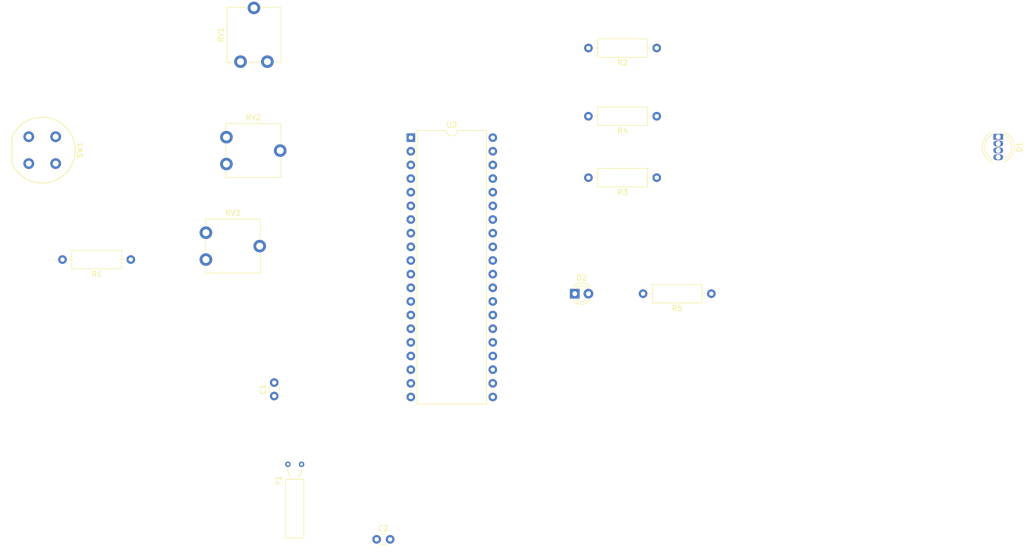
<source format=kicad_pcb>
(kicad_pcb (version 20171130) (host pcbnew "(5.1.9)-1")

  (general
    (thickness 1.6)
    (drawings 0)
    (tracks 0)
    (zones 0)
    (modules 15)
    (nets 43)
  )

  (page A4)
  (layers
    (0 F.Cu signal)
    (31 B.Cu signal)
    (32 B.Adhes user)
    (33 F.Adhes user)
    (34 B.Paste user)
    (35 F.Paste user)
    (36 B.SilkS user)
    (37 F.SilkS user)
    (38 B.Mask user)
    (39 F.Mask user)
    (40 Dwgs.User user)
    (41 Cmts.User user)
    (42 Eco1.User user)
    (43 Eco2.User user)
    (44 Edge.Cuts user)
    (45 Margin user)
    (46 B.CrtYd user)
    (47 F.CrtYd user)
    (48 B.Fab user)
    (49 F.Fab user)
  )

  (setup
    (last_trace_width 0.25)
    (trace_clearance 0.2)
    (zone_clearance 0.508)
    (zone_45_only no)
    (trace_min 0.2)
    (via_size 0.8)
    (via_drill 0.4)
    (via_min_size 0.4)
    (via_min_drill 0.3)
    (uvia_size 0.3)
    (uvia_drill 0.1)
    (uvias_allowed no)
    (uvia_min_size 0.2)
    (uvia_min_drill 0.1)
    (edge_width 0.05)
    (segment_width 0.2)
    (pcb_text_width 0.3)
    (pcb_text_size 1.5 1.5)
    (mod_edge_width 0.12)
    (mod_text_size 1 1)
    (mod_text_width 0.15)
    (pad_size 1.524 1.524)
    (pad_drill 0.762)
    (pad_to_mask_clearance 0)
    (aux_axis_origin 0 0)
    (visible_elements FFFFFF7F)
    (pcbplotparams
      (layerselection 0x010fc_ffffffff)
      (usegerberextensions false)
      (usegerberattributes true)
      (usegerberadvancedattributes true)
      (creategerberjobfile true)
      (excludeedgelayer true)
      (linewidth 0.100000)
      (plotframeref false)
      (viasonmask false)
      (mode 1)
      (useauxorigin false)
      (hpglpennumber 1)
      (hpglpenspeed 20)
      (hpglpendiameter 15.000000)
      (psnegative false)
      (psa4output false)
      (plotreference true)
      (plotvalue true)
      (plotinvisibletext false)
      (padsonsilk false)
      (subtractmaskfromsilk false)
      (outputformat 1)
      (mirror false)
      (drillshape 1)
      (scaleselection 1)
      (outputdirectory ""))
  )

  (net 0 "")
  (net 1 GND)
  (net 2 OSC1)
  (net 3 OSC2)
  (net 4 "Net-(D1-Pad4)")
  (net 5 "Net-(D1-Pad3)")
  (net 6 "Net-(D1-Pad2)")
  (net 7 "Net-(D2-Pad2)")
  (net 8 "Net-(D2-Pad1)")
  (net 9 RESET)
  (net 10 VCC)
  (net 11 R)
  (net 12 G)
  (net 13 B)
  (net 14 RED)
  (net 15 GREEN)
  (net 16 BLUE)
  (net 17 "Net-(U2-Pad40)")
  (net 18 "Net-(U2-Pad20)")
  (net 19 "Net-(U2-Pad39)")
  (net 20 "Net-(U2-Pad38)")
  (net 21 "Net-(U2-Pad37)")
  (net 22 "Net-(U2-Pad17)")
  (net 23 "Net-(U2-Pad36)")
  (net 24 "Net-(U2-Pad16)")
  (net 25 "Net-(U2-Pad35)")
  (net 26 "Net-(U2-Pad15)")
  (net 27 "Net-(U2-Pad34)")
  (net 28 "Net-(U2-Pad14)")
  (net 29 "Net-(U2-Pad33)")
  (net 30 "Net-(U2-Pad32)")
  (net 31 "Net-(U2-Pad28)")
  (net 32 "Net-(U2-Pad27)")
  (net 33 "Net-(U2-Pad26)")
  (net 34 "Net-(U2-Pad25)")
  (net 35 "Net-(U2-Pad5)")
  (net 36 "Net-(U2-Pad24)")
  (net 37 "Net-(U2-Pad23)")
  (net 38 "Net-(U2-Pad3)")
  (net 39 "Net-(U2-Pad22)")
  (net 40 "Net-(U2-Pad2)")
  (net 41 "Net-(U2-Pad21)")
  (net 42 "Net-(U2-Pad1)")

  (net_class Default "This is the default net class."
    (clearance 0.2)
    (trace_width 0.25)
    (via_dia 0.8)
    (via_drill 0.4)
    (uvia_dia 0.3)
    (uvia_drill 0.1)
    (add_net B)
    (add_net BLUE)
    (add_net G)
    (add_net GND)
    (add_net GREEN)
    (add_net "Net-(D1-Pad2)")
    (add_net "Net-(D1-Pad3)")
    (add_net "Net-(D1-Pad4)")
    (add_net "Net-(D2-Pad1)")
    (add_net "Net-(D2-Pad2)")
    (add_net "Net-(U2-Pad1)")
    (add_net "Net-(U2-Pad14)")
    (add_net "Net-(U2-Pad15)")
    (add_net "Net-(U2-Pad16)")
    (add_net "Net-(U2-Pad17)")
    (add_net "Net-(U2-Pad2)")
    (add_net "Net-(U2-Pad20)")
    (add_net "Net-(U2-Pad21)")
    (add_net "Net-(U2-Pad22)")
    (add_net "Net-(U2-Pad23)")
    (add_net "Net-(U2-Pad24)")
    (add_net "Net-(U2-Pad25)")
    (add_net "Net-(U2-Pad26)")
    (add_net "Net-(U2-Pad27)")
    (add_net "Net-(U2-Pad28)")
    (add_net "Net-(U2-Pad3)")
    (add_net "Net-(U2-Pad32)")
    (add_net "Net-(U2-Pad33)")
    (add_net "Net-(U2-Pad34)")
    (add_net "Net-(U2-Pad35)")
    (add_net "Net-(U2-Pad36)")
    (add_net "Net-(U2-Pad37)")
    (add_net "Net-(U2-Pad38)")
    (add_net "Net-(U2-Pad39)")
    (add_net "Net-(U2-Pad40)")
    (add_net "Net-(U2-Pad5)")
    (add_net OSC1)
    (add_net OSC2)
    (add_net R)
    (add_net RED)
    (add_net RESET)
    (add_net VCC)
  )

  (module Crystal:Crystal_AT310_D3.0mm_L10.0mm_Horizontal (layer F.Cu) (tedit 5D20AD32) (tstamp 60AC314C)
    (at 74.93 134.62)
    (descr "Crystal THT AT310 10.0mm-10.5mm length 3.0mm diameter http://www.cinetech.com.tw/upload/2011/04/20110401165201.pdf")
    (tags ['AT310'])
    (path /60AC6B76)
    (fp_text reference Y1 (at -1.75 3 90) (layer F.SilkS)
      (effects (font (size 1 1) (thickness 0.15)))
    )
    (fp_text value 16Mhz (at 4.29 3 90) (layer F.Fab)
      (effects (font (size 1 1) (thickness 0.15)))
    )
    (fp_text user %R (at 1.25 8.75 90) (layer F.Fab)
      (effects (font (size 0.8 0.8) (thickness 0.12)))
    )
    (fp_line (start -0.23 3) (end -0.23 13.5) (layer F.Fab) (width 0.1))
    (fp_line (start -0.23 13.5) (end 2.77 13.5) (layer F.Fab) (width 0.1))
    (fp_line (start 2.77 13.5) (end 2.77 3) (layer F.Fab) (width 0.1))
    (fp_line (start 2.77 3) (end -0.23 3) (layer F.Fab) (width 0.1))
    (fp_line (start 0.67 3) (end 0 1.5) (layer F.Fab) (width 0.1))
    (fp_line (start 0 1.5) (end 0 0) (layer F.Fab) (width 0.1))
    (fp_line (start 1.87 3) (end 2.54 1.5) (layer F.Fab) (width 0.1))
    (fp_line (start 2.54 1.5) (end 2.54 0) (layer F.Fab) (width 0.1))
    (fp_line (start -0.43 2.8) (end -0.43 13.7) (layer F.SilkS) (width 0.12))
    (fp_line (start -0.43 13.7) (end 2.97 13.7) (layer F.SilkS) (width 0.12))
    (fp_line (start 2.97 13.7) (end 2.97 2.8) (layer F.SilkS) (width 0.12))
    (fp_line (start 2.97 2.8) (end -0.43 2.8) (layer F.SilkS) (width 0.12))
    (fp_line (start 0.67 2.8) (end 0 1.4) (layer F.SilkS) (width 0.12))
    (fp_line (start 0 1.4) (end 0 0.7) (layer F.SilkS) (width 0.12))
    (fp_line (start 1.87 2.8) (end 2.54 1.4) (layer F.SilkS) (width 0.12))
    (fp_line (start 2.54 1.4) (end 2.54 0.7) (layer F.SilkS) (width 0.12))
    (fp_line (start -1 -0.8) (end -1 14.3) (layer F.CrtYd) (width 0.05))
    (fp_line (start -1 14.3) (end 3.6 14.3) (layer F.CrtYd) (width 0.05))
    (fp_line (start 3.6 14.3) (end 3.6 -0.8) (layer F.CrtYd) (width 0.05))
    (fp_line (start 3.6 -0.8) (end -1 -0.8) (layer F.CrtYd) (width 0.05))
    (pad 2 thru_hole circle (at 2.54 0) (size 1 1) (drill 0.5) (layers *.Cu *.Mask)
      (net 3 OSC2))
    (pad 1 thru_hole circle (at 0 0) (size 1 1) (drill 0.5) (layers *.Cu *.Mask)
      (net 2 OSC1))
    (model ${KISYS3DMOD}/Crystal.3dshapes/Crystal_AT310_D3.0mm_L10.0mm_Horizontal.wrl
      (at (xyz 0 0 0))
      (scale (xyz 1 1 1))
      (rotate (xyz 0 0 0))
    )
  )

  (module Package_DIP:DIP-40_W15.24mm (layer F.Cu) (tedit 5A02E8C5) (tstamp 60AC3131)
    (at 97.79 73.83)
    (descr "40-lead though-hole mounted DIP package, row spacing 15.24 mm (600 mils)")
    (tags "THT DIP DIL PDIP 2.54mm 15.24mm 600mil")
    (path /60B2776C)
    (fp_text reference U2 (at 7.62 -2.33) (layer F.SilkS)
      (effects (font (size 1 1) (thickness 0.15)))
    )
    (fp_text value ATmega16-16PU (at 7.62 50.59) (layer F.Fab)
      (effects (font (size 1 1) (thickness 0.15)))
    )
    (fp_text user %R (at 7.62 24.13) (layer F.Fab)
      (effects (font (size 1 1) (thickness 0.15)))
    )
    (fp_arc (start 7.62 -1.33) (end 6.62 -1.33) (angle -180) (layer F.SilkS) (width 0.12))
    (fp_line (start 1.255 -1.27) (end 14.985 -1.27) (layer F.Fab) (width 0.1))
    (fp_line (start 14.985 -1.27) (end 14.985 49.53) (layer F.Fab) (width 0.1))
    (fp_line (start 14.985 49.53) (end 0.255 49.53) (layer F.Fab) (width 0.1))
    (fp_line (start 0.255 49.53) (end 0.255 -0.27) (layer F.Fab) (width 0.1))
    (fp_line (start 0.255 -0.27) (end 1.255 -1.27) (layer F.Fab) (width 0.1))
    (fp_line (start 6.62 -1.33) (end 1.16 -1.33) (layer F.SilkS) (width 0.12))
    (fp_line (start 1.16 -1.33) (end 1.16 49.59) (layer F.SilkS) (width 0.12))
    (fp_line (start 1.16 49.59) (end 14.08 49.59) (layer F.SilkS) (width 0.12))
    (fp_line (start 14.08 49.59) (end 14.08 -1.33) (layer F.SilkS) (width 0.12))
    (fp_line (start 14.08 -1.33) (end 8.62 -1.33) (layer F.SilkS) (width 0.12))
    (fp_line (start -1.05 -1.55) (end -1.05 49.8) (layer F.CrtYd) (width 0.05))
    (fp_line (start -1.05 49.8) (end 16.3 49.8) (layer F.CrtYd) (width 0.05))
    (fp_line (start 16.3 49.8) (end 16.3 -1.55) (layer F.CrtYd) (width 0.05))
    (fp_line (start 16.3 -1.55) (end -1.05 -1.55) (layer F.CrtYd) (width 0.05))
    (pad 40 thru_hole oval (at 15.24 0) (size 1.6 1.6) (drill 0.8) (layers *.Cu *.Mask)
      (net 17 "Net-(U2-Pad40)"))
    (pad 20 thru_hole oval (at 0 48.26) (size 1.6 1.6) (drill 0.8) (layers *.Cu *.Mask)
      (net 18 "Net-(U2-Pad20)"))
    (pad 39 thru_hole oval (at 15.24 2.54) (size 1.6 1.6) (drill 0.8) (layers *.Cu *.Mask)
      (net 19 "Net-(U2-Pad39)"))
    (pad 19 thru_hole oval (at 0 45.72) (size 1.6 1.6) (drill 0.8) (layers *.Cu *.Mask)
      (net 13 B))
    (pad 38 thru_hole oval (at 15.24 5.08) (size 1.6 1.6) (drill 0.8) (layers *.Cu *.Mask)
      (net 20 "Net-(U2-Pad38)"))
    (pad 18 thru_hole oval (at 0 43.18) (size 1.6 1.6) (drill 0.8) (layers *.Cu *.Mask)
      (net 12 G))
    (pad 37 thru_hole oval (at 15.24 7.62) (size 1.6 1.6) (drill 0.8) (layers *.Cu *.Mask)
      (net 21 "Net-(U2-Pad37)"))
    (pad 17 thru_hole oval (at 0 40.64) (size 1.6 1.6) (drill 0.8) (layers *.Cu *.Mask)
      (net 22 "Net-(U2-Pad17)"))
    (pad 36 thru_hole oval (at 15.24 10.16) (size 1.6 1.6) (drill 0.8) (layers *.Cu *.Mask)
      (net 23 "Net-(U2-Pad36)"))
    (pad 16 thru_hole oval (at 0 38.1) (size 1.6 1.6) (drill 0.8) (layers *.Cu *.Mask)
      (net 24 "Net-(U2-Pad16)"))
    (pad 35 thru_hole oval (at 15.24 12.7) (size 1.6 1.6) (drill 0.8) (layers *.Cu *.Mask)
      (net 25 "Net-(U2-Pad35)"))
    (pad 15 thru_hole oval (at 0 35.56) (size 1.6 1.6) (drill 0.8) (layers *.Cu *.Mask)
      (net 26 "Net-(U2-Pad15)"))
    (pad 34 thru_hole oval (at 15.24 15.24) (size 1.6 1.6) (drill 0.8) (layers *.Cu *.Mask)
      (net 27 "Net-(U2-Pad34)"))
    (pad 14 thru_hole oval (at 0 33.02) (size 1.6 1.6) (drill 0.8) (layers *.Cu *.Mask)
      (net 28 "Net-(U2-Pad14)"))
    (pad 33 thru_hole oval (at 15.24 17.78) (size 1.6 1.6) (drill 0.8) (layers *.Cu *.Mask)
      (net 29 "Net-(U2-Pad33)"))
    (pad 13 thru_hole oval (at 0 30.48) (size 1.6 1.6) (drill 0.8) (layers *.Cu *.Mask)
      (net 2 OSC1))
    (pad 32 thru_hole oval (at 15.24 20.32) (size 1.6 1.6) (drill 0.8) (layers *.Cu *.Mask)
      (net 30 "Net-(U2-Pad32)"))
    (pad 12 thru_hole oval (at 0 27.94) (size 1.6 1.6) (drill 0.8) (layers *.Cu *.Mask)
      (net 3 OSC2))
    (pad 31 thru_hole oval (at 15.24 22.86) (size 1.6 1.6) (drill 0.8) (layers *.Cu *.Mask)
      (net 1 GND))
    (pad 11 thru_hole oval (at 0 25.4) (size 1.6 1.6) (drill 0.8) (layers *.Cu *.Mask)
      (net 1 GND))
    (pad 30 thru_hole oval (at 15.24 25.4) (size 1.6 1.6) (drill 0.8) (layers *.Cu *.Mask)
      (net 10 VCC))
    (pad 10 thru_hole oval (at 0 22.86) (size 1.6 1.6) (drill 0.8) (layers *.Cu *.Mask)
      (net 10 VCC))
    (pad 29 thru_hole oval (at 15.24 27.94) (size 1.6 1.6) (drill 0.8) (layers *.Cu *.Mask)
      (net 7 "Net-(D2-Pad2)"))
    (pad 9 thru_hole oval (at 0 20.32) (size 1.6 1.6) (drill 0.8) (layers *.Cu *.Mask)
      (net 9 RESET))
    (pad 28 thru_hole oval (at 15.24 30.48) (size 1.6 1.6) (drill 0.8) (layers *.Cu *.Mask)
      (net 31 "Net-(U2-Pad28)"))
    (pad 8 thru_hole oval (at 0 17.78) (size 1.6 1.6) (drill 0.8) (layers *.Cu *.Mask)
      (net 16 BLUE))
    (pad 27 thru_hole oval (at 15.24 33.02) (size 1.6 1.6) (drill 0.8) (layers *.Cu *.Mask)
      (net 32 "Net-(U2-Pad27)"))
    (pad 7 thru_hole oval (at 0 15.24) (size 1.6 1.6) (drill 0.8) (layers *.Cu *.Mask)
      (net 15 GREEN))
    (pad 26 thru_hole oval (at 15.24 35.56) (size 1.6 1.6) (drill 0.8) (layers *.Cu *.Mask)
      (net 33 "Net-(U2-Pad26)"))
    (pad 6 thru_hole oval (at 0 12.7) (size 1.6 1.6) (drill 0.8) (layers *.Cu *.Mask)
      (net 14 RED))
    (pad 25 thru_hole oval (at 15.24 38.1) (size 1.6 1.6) (drill 0.8) (layers *.Cu *.Mask)
      (net 34 "Net-(U2-Pad25)"))
    (pad 5 thru_hole oval (at 0 10.16) (size 1.6 1.6) (drill 0.8) (layers *.Cu *.Mask)
      (net 35 "Net-(U2-Pad5)"))
    (pad 24 thru_hole oval (at 15.24 40.64) (size 1.6 1.6) (drill 0.8) (layers *.Cu *.Mask)
      (net 36 "Net-(U2-Pad24)"))
    (pad 4 thru_hole oval (at 0 7.62) (size 1.6 1.6) (drill 0.8) (layers *.Cu *.Mask)
      (net 11 R))
    (pad 23 thru_hole oval (at 15.24 43.18) (size 1.6 1.6) (drill 0.8) (layers *.Cu *.Mask)
      (net 37 "Net-(U2-Pad23)"))
    (pad 3 thru_hole oval (at 0 5.08) (size 1.6 1.6) (drill 0.8) (layers *.Cu *.Mask)
      (net 38 "Net-(U2-Pad3)"))
    (pad 22 thru_hole oval (at 15.24 45.72) (size 1.6 1.6) (drill 0.8) (layers *.Cu *.Mask)
      (net 39 "Net-(U2-Pad22)"))
    (pad 2 thru_hole oval (at 0 2.54) (size 1.6 1.6) (drill 0.8) (layers *.Cu *.Mask)
      (net 40 "Net-(U2-Pad2)"))
    (pad 21 thru_hole oval (at 15.24 48.26) (size 1.6 1.6) (drill 0.8) (layers *.Cu *.Mask)
      (net 41 "Net-(U2-Pad21)"))
    (pad 1 thru_hole rect (at 0 0) (size 1.6 1.6) (drill 0.8) (layers *.Cu *.Mask)
      (net 42 "Net-(U2-Pad1)"))
    (model ${KISYS3DMOD}/Package_DIP.3dshapes/DIP-40_W15.24mm.wrl
      (at (xyz 0 0 0))
      (scale (xyz 1 1 1))
      (rotate (xyz 0 0 0))
    )
  )

  (module Button_Switch_THT:Push_E-Switch_KS01Q01 (layer F.Cu) (tedit 5A02FE31) (tstamp 60AC32D5)
    (at 31.75 73.66 270)
    (descr "E-Switch KS01Q01 http://spec_sheets.e-switch.com/specs/29-KS01Q01.pdf")
    (tags "Push Button")
    (path /60AC26A3)
    (fp_text reference SW1 (at 2.5 -4.5 90) (layer F.SilkS)
      (effects (font (size 1 1) (thickness 0.15)))
    )
    (fp_text value SW_Push (at 2.5 9.5 90) (layer F.Fab)
      (effects (font (size 1 1) (thickness 0.15)))
    )
    (fp_arc (start 2.5 2.5) (end 0.11 8.14) (angle 314) (layer F.SilkS) (width 0.15))
    (fp_text user %R (at 2.5 2.5 90) (layer F.Fab)
      (effects (font (size 1 1) (thickness 0.15)))
    )
    (fp_arc (start 2.5 2.5) (end 0.11 8) (angle 313) (layer F.Fab) (width 0.1))
    (fp_arc (start 2.55 2.5) (end 0.04 8.39) (angle 313.8378348) (layer F.CrtYd) (width 0.05))
    (fp_line (start 0.04 8.39) (end 5.06 8.39) (layer F.CrtYd) (width 0.05))
    (fp_line (start 0.11 8) (end 4.89 8) (layer F.Fab) (width 0.1))
    (fp_line (start 4.89 8.14) (end 0.11 8.14) (layer F.SilkS) (width 0.15))
    (pad 3 thru_hole circle (at 0 5 270) (size 2 2) (drill 1.1) (layers *.Cu *.Mask))
    (pad 4 thru_hole circle (at 5 5 270) (size 2 2) (drill 1.1) (layers *.Cu *.Mask))
    (pad 2 thru_hole circle (at 5 0 270) (size 2 2) (drill 1.1) (layers *.Cu *.Mask)
      (net 9 RESET))
    (pad 1 thru_hole circle (at 0 0 270) (size 2 2) (drill 1.1) (layers *.Cu *.Mask)
      (net 1 GND))
    (model ${KISYS3DMOD}/Button_Switch_THT.3dshapes/Push_E-Switch_KS01Q01.wrl
      (at (xyz 0 0 0))
      (scale (xyz 1 1 1))
      (rotate (xyz 0 0 0))
    )
  )

  (module Potentiometer_THT:Potentiometer_ACP_CA9-V10_Vertical (layer F.Cu) (tedit 5A3D4994) (tstamp 60AC30E6)
    (at 59.69 96.52)
    (descr "Potentiometer, vertical, ACP CA9-V10, http://www.acptechnologies.com/wp-content/uploads/2017/05/02-ACP-CA9-CE9.pdf")
    (tags "Potentiometer vertical ACP CA9-V10")
    (path /60ACB02F)
    (fp_text reference RV3 (at 5 -8.65) (layer F.SilkS)
      (effects (font (size 1 1) (thickness 0.15)))
    )
    (fp_text value 10K (at 5 3.65) (layer F.Fab)
      (effects (font (size 1 1) (thickness 0.15)))
    )
    (fp_text user %R (at 1 -2.5 90) (layer F.Fab)
      (effects (font (size 1 1) (thickness 0.15)))
    )
    (fp_circle (center 5 -2.5) (end 6.05 -2.5) (layer F.Fab) (width 0.1))
    (fp_line (start 0 -7.4) (end 0 2.4) (layer F.Fab) (width 0.1))
    (fp_line (start 0 2.4) (end 10 2.4) (layer F.Fab) (width 0.1))
    (fp_line (start 10 2.4) (end 10 -7.4) (layer F.Fab) (width 0.1))
    (fp_line (start 10 -7.4) (end 0 -7.4) (layer F.Fab) (width 0.1))
    (fp_line (start -0.12 -7.521) (end 10.12 -7.521) (layer F.SilkS) (width 0.12))
    (fp_line (start -0.12 2.52) (end 10.12 2.52) (layer F.SilkS) (width 0.12))
    (fp_line (start -0.12 -7.521) (end -0.12 -6.426) (layer F.SilkS) (width 0.12))
    (fp_line (start -0.12 -3.574) (end -0.12 -1.425) (layer F.SilkS) (width 0.12))
    (fp_line (start -0.12 1.425) (end -0.12 2.52) (layer F.SilkS) (width 0.12))
    (fp_line (start 10.12 -7.521) (end 10.12 -3.925) (layer F.SilkS) (width 0.12))
    (fp_line (start 10.12 -1.075) (end 10.12 2.52) (layer F.SilkS) (width 0.12))
    (fp_line (start -1.45 -7.65) (end -1.45 2.7) (layer F.CrtYd) (width 0.05))
    (fp_line (start -1.45 2.7) (end 11.45 2.7) (layer F.CrtYd) (width 0.05))
    (fp_line (start 11.45 2.7) (end 11.45 -7.65) (layer F.CrtYd) (width 0.05))
    (fp_line (start 11.45 -7.65) (end -1.45 -7.65) (layer F.CrtYd) (width 0.05))
    (pad 1 thru_hole circle (at 0 0) (size 2.34 2.34) (drill 1.3) (layers *.Cu *.Mask)
      (net 1 GND))
    (pad 2 thru_hole circle (at 10 -2.5) (size 2.34 2.34) (drill 1.3) (layers *.Cu *.Mask)
      (net 16 BLUE))
    (pad 3 thru_hole circle (at 0 -5) (size 2.34 2.34) (drill 1.3) (layers *.Cu *.Mask)
      (net 10 VCC))
    (model ${KISYS3DMOD}/Potentiometer_THT.3dshapes/Potentiometer_ACP_CA9-V10_Vertical.wrl
      (at (xyz 0 0 0))
      (scale (xyz 1 1 1))
      (rotate (xyz 0 0 0))
    )
  )

  (module Potentiometer_THT:Potentiometer_ACP_CA9-V10_Vertical (layer F.Cu) (tedit 5A3D4994) (tstamp 60AC30CE)
    (at 63.5 78.74)
    (descr "Potentiometer, vertical, ACP CA9-V10, http://www.acptechnologies.com/wp-content/uploads/2017/05/02-ACP-CA9-CE9.pdf")
    (tags "Potentiometer vertical ACP CA9-V10")
    (path /60ACAA35)
    (fp_text reference RV2 (at 5 -8.65) (layer F.SilkS)
      (effects (font (size 1 1) (thickness 0.15)))
    )
    (fp_text value 10K (at 5 3.65) (layer F.Fab)
      (effects (font (size 1 1) (thickness 0.15)))
    )
    (fp_text user %R (at 1 -2.5 90) (layer F.Fab)
      (effects (font (size 1 1) (thickness 0.15)))
    )
    (fp_circle (center 5 -2.5) (end 6.05 -2.5) (layer F.Fab) (width 0.1))
    (fp_line (start 0 -7.4) (end 0 2.4) (layer F.Fab) (width 0.1))
    (fp_line (start 0 2.4) (end 10 2.4) (layer F.Fab) (width 0.1))
    (fp_line (start 10 2.4) (end 10 -7.4) (layer F.Fab) (width 0.1))
    (fp_line (start 10 -7.4) (end 0 -7.4) (layer F.Fab) (width 0.1))
    (fp_line (start -0.12 -7.521) (end 10.12 -7.521) (layer F.SilkS) (width 0.12))
    (fp_line (start -0.12 2.52) (end 10.12 2.52) (layer F.SilkS) (width 0.12))
    (fp_line (start -0.12 -7.521) (end -0.12 -6.426) (layer F.SilkS) (width 0.12))
    (fp_line (start -0.12 -3.574) (end -0.12 -1.425) (layer F.SilkS) (width 0.12))
    (fp_line (start -0.12 1.425) (end -0.12 2.52) (layer F.SilkS) (width 0.12))
    (fp_line (start 10.12 -7.521) (end 10.12 -3.925) (layer F.SilkS) (width 0.12))
    (fp_line (start 10.12 -1.075) (end 10.12 2.52) (layer F.SilkS) (width 0.12))
    (fp_line (start -1.45 -7.65) (end -1.45 2.7) (layer F.CrtYd) (width 0.05))
    (fp_line (start -1.45 2.7) (end 11.45 2.7) (layer F.CrtYd) (width 0.05))
    (fp_line (start 11.45 2.7) (end 11.45 -7.65) (layer F.CrtYd) (width 0.05))
    (fp_line (start 11.45 -7.65) (end -1.45 -7.65) (layer F.CrtYd) (width 0.05))
    (pad 1 thru_hole circle (at 0 0) (size 2.34 2.34) (drill 1.3) (layers *.Cu *.Mask)
      (net 1 GND))
    (pad 2 thru_hole circle (at 10 -2.5) (size 2.34 2.34) (drill 1.3) (layers *.Cu *.Mask)
      (net 15 GREEN))
    (pad 3 thru_hole circle (at 0 -5) (size 2.34 2.34) (drill 1.3) (layers *.Cu *.Mask)
      (net 10 VCC))
    (model ${KISYS3DMOD}/Potentiometer_THT.3dshapes/Potentiometer_ACP_CA9-V10_Vertical.wrl
      (at (xyz 0 0 0))
      (scale (xyz 1 1 1))
      (rotate (xyz 0 0 0))
    )
  )

  (module Potentiometer_THT:Potentiometer_ACP_CA9-V10_Vertical (layer F.Cu) (tedit 5A3D4994) (tstamp 60AC30B6)
    (at 71.12 59.69 90)
    (descr "Potentiometer, vertical, ACP CA9-V10, http://www.acptechnologies.com/wp-content/uploads/2017/05/02-ACP-CA9-CE9.pdf")
    (tags "Potentiometer vertical ACP CA9-V10")
    (path /60ACA089)
    (fp_text reference RV1 (at 5 -8.65 90) (layer F.SilkS)
      (effects (font (size 1 1) (thickness 0.15)))
    )
    (fp_text value 10K (at 5 3.65 90) (layer F.Fab)
      (effects (font (size 1 1) (thickness 0.15)))
    )
    (fp_text user %R (at 1 -2.5) (layer F.Fab)
      (effects (font (size 1 1) (thickness 0.15)))
    )
    (fp_circle (center 5 -2.5) (end 6.05 -2.5) (layer F.Fab) (width 0.1))
    (fp_line (start 0 -7.4) (end 0 2.4) (layer F.Fab) (width 0.1))
    (fp_line (start 0 2.4) (end 10 2.4) (layer F.Fab) (width 0.1))
    (fp_line (start 10 2.4) (end 10 -7.4) (layer F.Fab) (width 0.1))
    (fp_line (start 10 -7.4) (end 0 -7.4) (layer F.Fab) (width 0.1))
    (fp_line (start -0.12 -7.521) (end 10.12 -7.521) (layer F.SilkS) (width 0.12))
    (fp_line (start -0.12 2.52) (end 10.12 2.52) (layer F.SilkS) (width 0.12))
    (fp_line (start -0.12 -7.521) (end -0.12 -6.426) (layer F.SilkS) (width 0.12))
    (fp_line (start -0.12 -3.574) (end -0.12 -1.425) (layer F.SilkS) (width 0.12))
    (fp_line (start -0.12 1.425) (end -0.12 2.52) (layer F.SilkS) (width 0.12))
    (fp_line (start 10.12 -7.521) (end 10.12 -3.925) (layer F.SilkS) (width 0.12))
    (fp_line (start 10.12 -1.075) (end 10.12 2.52) (layer F.SilkS) (width 0.12))
    (fp_line (start -1.45 -7.65) (end -1.45 2.7) (layer F.CrtYd) (width 0.05))
    (fp_line (start -1.45 2.7) (end 11.45 2.7) (layer F.CrtYd) (width 0.05))
    (fp_line (start 11.45 2.7) (end 11.45 -7.65) (layer F.CrtYd) (width 0.05))
    (fp_line (start 11.45 -7.65) (end -1.45 -7.65) (layer F.CrtYd) (width 0.05))
    (pad 1 thru_hole circle (at 0 0 90) (size 2.34 2.34) (drill 1.3) (layers *.Cu *.Mask)
      (net 1 GND))
    (pad 2 thru_hole circle (at 10 -2.5 90) (size 2.34 2.34) (drill 1.3) (layers *.Cu *.Mask)
      (net 14 RED))
    (pad 3 thru_hole circle (at 0 -5 90) (size 2.34 2.34) (drill 1.3) (layers *.Cu *.Mask)
      (net 10 VCC))
    (model ${KISYS3DMOD}/Potentiometer_THT.3dshapes/Potentiometer_ACP_CA9-V10_Vertical.wrl
      (at (xyz 0 0 0))
      (scale (xyz 1 1 1))
      (rotate (xyz 0 0 0))
    )
  )

  (module Resistor_THT:R_Axial_DIN0309_L9.0mm_D3.2mm_P12.70mm_Horizontal (layer F.Cu) (tedit 5AE5139B) (tstamp 60AC309E)
    (at 153.67 102.87 180)
    (descr "Resistor, Axial_DIN0309 series, Axial, Horizontal, pin pitch=12.7mm, 0.5W = 1/2W, length*diameter=9*3.2mm^2, http://cdn-reichelt.de/documents/datenblatt/B400/1_4W%23YAG.pdf")
    (tags "Resistor Axial_DIN0309 series Axial Horizontal pin pitch 12.7mm 0.5W = 1/2W length 9mm diameter 3.2mm")
    (path /60B223D3)
    (fp_text reference R5 (at 6.35 -2.72) (layer F.SilkS)
      (effects (font (size 1 1) (thickness 0.15)))
    )
    (fp_text value 200 (at 6.35 2.72) (layer F.Fab)
      (effects (font (size 1 1) (thickness 0.15)))
    )
    (fp_text user %R (at 6.35 0) (layer F.Fab)
      (effects (font (size 1 1) (thickness 0.15)))
    )
    (fp_line (start 1.85 -1.6) (end 1.85 1.6) (layer F.Fab) (width 0.1))
    (fp_line (start 1.85 1.6) (end 10.85 1.6) (layer F.Fab) (width 0.1))
    (fp_line (start 10.85 1.6) (end 10.85 -1.6) (layer F.Fab) (width 0.1))
    (fp_line (start 10.85 -1.6) (end 1.85 -1.6) (layer F.Fab) (width 0.1))
    (fp_line (start 0 0) (end 1.85 0) (layer F.Fab) (width 0.1))
    (fp_line (start 12.7 0) (end 10.85 0) (layer F.Fab) (width 0.1))
    (fp_line (start 1.73 -1.72) (end 1.73 1.72) (layer F.SilkS) (width 0.12))
    (fp_line (start 1.73 1.72) (end 10.97 1.72) (layer F.SilkS) (width 0.12))
    (fp_line (start 10.97 1.72) (end 10.97 -1.72) (layer F.SilkS) (width 0.12))
    (fp_line (start 10.97 -1.72) (end 1.73 -1.72) (layer F.SilkS) (width 0.12))
    (fp_line (start 1.04 0) (end 1.73 0) (layer F.SilkS) (width 0.12))
    (fp_line (start 11.66 0) (end 10.97 0) (layer F.SilkS) (width 0.12))
    (fp_line (start -1.05 -1.85) (end -1.05 1.85) (layer F.CrtYd) (width 0.05))
    (fp_line (start -1.05 1.85) (end 13.75 1.85) (layer F.CrtYd) (width 0.05))
    (fp_line (start 13.75 1.85) (end 13.75 -1.85) (layer F.CrtYd) (width 0.05))
    (fp_line (start 13.75 -1.85) (end -1.05 -1.85) (layer F.CrtYd) (width 0.05))
    (pad 2 thru_hole oval (at 12.7 0 180) (size 1.6 1.6) (drill 0.8) (layers *.Cu *.Mask)
      (net 8 "Net-(D2-Pad1)"))
    (pad 1 thru_hole circle (at 0 0 180) (size 1.6 1.6) (drill 0.8) (layers *.Cu *.Mask)
      (net 1 GND))
    (model ${KISYS3DMOD}/Resistor_THT.3dshapes/R_Axial_DIN0309_L9.0mm_D3.2mm_P12.70mm_Horizontal.wrl
      (at (xyz 0 0 0))
      (scale (xyz 1 1 1))
      (rotate (xyz 0 0 0))
    )
  )

  (module Resistor_THT:R_Axial_DIN0309_L9.0mm_D3.2mm_P12.70mm_Horizontal (layer F.Cu) (tedit 5AE5139B) (tstamp 60AC3087)
    (at 143.51 69.85 180)
    (descr "Resistor, Axial_DIN0309 series, Axial, Horizontal, pin pitch=12.7mm, 0.5W = 1/2W, length*diameter=9*3.2mm^2, http://cdn-reichelt.de/documents/datenblatt/B400/1_4W%23YAG.pdf")
    (tags "Resistor Axial_DIN0309 series Axial Horizontal pin pitch 12.7mm 0.5W = 1/2W length 9mm diameter 3.2mm")
    (path /60AD7911)
    (fp_text reference R4 (at 6.35 -2.72) (layer F.SilkS)
      (effects (font (size 1 1) (thickness 0.15)))
    )
    (fp_text value 10 (at 6.35 2.72) (layer F.Fab)
      (effects (font (size 1 1) (thickness 0.15)))
    )
    (fp_text user %R (at 6.35 0) (layer F.Fab)
      (effects (font (size 1 1) (thickness 0.15)))
    )
    (fp_line (start 1.85 -1.6) (end 1.85 1.6) (layer F.Fab) (width 0.1))
    (fp_line (start 1.85 1.6) (end 10.85 1.6) (layer F.Fab) (width 0.1))
    (fp_line (start 10.85 1.6) (end 10.85 -1.6) (layer F.Fab) (width 0.1))
    (fp_line (start 10.85 -1.6) (end 1.85 -1.6) (layer F.Fab) (width 0.1))
    (fp_line (start 0 0) (end 1.85 0) (layer F.Fab) (width 0.1))
    (fp_line (start 12.7 0) (end 10.85 0) (layer F.Fab) (width 0.1))
    (fp_line (start 1.73 -1.72) (end 1.73 1.72) (layer F.SilkS) (width 0.12))
    (fp_line (start 1.73 1.72) (end 10.97 1.72) (layer F.SilkS) (width 0.12))
    (fp_line (start 10.97 1.72) (end 10.97 -1.72) (layer F.SilkS) (width 0.12))
    (fp_line (start 10.97 -1.72) (end 1.73 -1.72) (layer F.SilkS) (width 0.12))
    (fp_line (start 1.04 0) (end 1.73 0) (layer F.SilkS) (width 0.12))
    (fp_line (start 11.66 0) (end 10.97 0) (layer F.SilkS) (width 0.12))
    (fp_line (start -1.05 -1.85) (end -1.05 1.85) (layer F.CrtYd) (width 0.05))
    (fp_line (start -1.05 1.85) (end 13.75 1.85) (layer F.CrtYd) (width 0.05))
    (fp_line (start 13.75 1.85) (end 13.75 -1.85) (layer F.CrtYd) (width 0.05))
    (fp_line (start 13.75 -1.85) (end -1.05 -1.85) (layer F.CrtYd) (width 0.05))
    (pad 2 thru_hole oval (at 12.7 0 180) (size 1.6 1.6) (drill 0.8) (layers *.Cu *.Mask)
      (net 13 B))
    (pad 1 thru_hole circle (at 0 0 180) (size 1.6 1.6) (drill 0.8) (layers *.Cu *.Mask)
      (net 5 "Net-(D1-Pad3)"))
    (model ${KISYS3DMOD}/Resistor_THT.3dshapes/R_Axial_DIN0309_L9.0mm_D3.2mm_P12.70mm_Horizontal.wrl
      (at (xyz 0 0 0))
      (scale (xyz 1 1 1))
      (rotate (xyz 0 0 0))
    )
  )

  (module Resistor_THT:R_Axial_DIN0309_L9.0mm_D3.2mm_P12.70mm_Horizontal (layer F.Cu) (tedit 5AE5139B) (tstamp 60AC3070)
    (at 143.51 81.28 180)
    (descr "Resistor, Axial_DIN0309 series, Axial, Horizontal, pin pitch=12.7mm, 0.5W = 1/2W, length*diameter=9*3.2mm^2, http://cdn-reichelt.de/documents/datenblatt/B400/1_4W%23YAG.pdf")
    (tags "Resistor Axial_DIN0309 series Axial Horizontal pin pitch 12.7mm 0.5W = 1/2W length 9mm diameter 3.2mm")
    (path /60AD76D8)
    (fp_text reference R3 (at 6.35 -2.72) (layer F.SilkS)
      (effects (font (size 1 1) (thickness 0.15)))
    )
    (fp_text value 10 (at 6.35 2.72) (layer F.Fab)
      (effects (font (size 1 1) (thickness 0.15)))
    )
    (fp_text user %R (at 6.35 0) (layer F.Fab)
      (effects (font (size 1 1) (thickness 0.15)))
    )
    (fp_line (start 1.85 -1.6) (end 1.85 1.6) (layer F.Fab) (width 0.1))
    (fp_line (start 1.85 1.6) (end 10.85 1.6) (layer F.Fab) (width 0.1))
    (fp_line (start 10.85 1.6) (end 10.85 -1.6) (layer F.Fab) (width 0.1))
    (fp_line (start 10.85 -1.6) (end 1.85 -1.6) (layer F.Fab) (width 0.1))
    (fp_line (start 0 0) (end 1.85 0) (layer F.Fab) (width 0.1))
    (fp_line (start 12.7 0) (end 10.85 0) (layer F.Fab) (width 0.1))
    (fp_line (start 1.73 -1.72) (end 1.73 1.72) (layer F.SilkS) (width 0.12))
    (fp_line (start 1.73 1.72) (end 10.97 1.72) (layer F.SilkS) (width 0.12))
    (fp_line (start 10.97 1.72) (end 10.97 -1.72) (layer F.SilkS) (width 0.12))
    (fp_line (start 10.97 -1.72) (end 1.73 -1.72) (layer F.SilkS) (width 0.12))
    (fp_line (start 1.04 0) (end 1.73 0) (layer F.SilkS) (width 0.12))
    (fp_line (start 11.66 0) (end 10.97 0) (layer F.SilkS) (width 0.12))
    (fp_line (start -1.05 -1.85) (end -1.05 1.85) (layer F.CrtYd) (width 0.05))
    (fp_line (start -1.05 1.85) (end 13.75 1.85) (layer F.CrtYd) (width 0.05))
    (fp_line (start 13.75 1.85) (end 13.75 -1.85) (layer F.CrtYd) (width 0.05))
    (fp_line (start 13.75 -1.85) (end -1.05 -1.85) (layer F.CrtYd) (width 0.05))
    (pad 2 thru_hole oval (at 12.7 0 180) (size 1.6 1.6) (drill 0.8) (layers *.Cu *.Mask)
      (net 12 G))
    (pad 1 thru_hole circle (at 0 0 180) (size 1.6 1.6) (drill 0.8) (layers *.Cu *.Mask)
      (net 4 "Net-(D1-Pad4)"))
    (model ${KISYS3DMOD}/Resistor_THT.3dshapes/R_Axial_DIN0309_L9.0mm_D3.2mm_P12.70mm_Horizontal.wrl
      (at (xyz 0 0 0))
      (scale (xyz 1 1 1))
      (rotate (xyz 0 0 0))
    )
  )

  (module Resistor_THT:R_Axial_DIN0309_L9.0mm_D3.2mm_P12.70mm_Horizontal (layer F.Cu) (tedit 5AE5139B) (tstamp 60AC3059)
    (at 143.51 57.15 180)
    (descr "Resistor, Axial_DIN0309 series, Axial, Horizontal, pin pitch=12.7mm, 0.5W = 1/2W, length*diameter=9*3.2mm^2, http://cdn-reichelt.de/documents/datenblatt/B400/1_4W%23YAG.pdf")
    (tags "Resistor Axial_DIN0309 series Axial Horizontal pin pitch 12.7mm 0.5W = 1/2W length 9mm diameter 3.2mm")
    (path /60AD70D7)
    (fp_text reference R2 (at 6.35 -2.72) (layer F.SilkS)
      (effects (font (size 1 1) (thickness 0.15)))
    )
    (fp_text value 22 (at 6.35 2.72) (layer F.Fab)
      (effects (font (size 1 1) (thickness 0.15)))
    )
    (fp_text user %R (at 6.35 0) (layer F.Fab)
      (effects (font (size 1 1) (thickness 0.15)))
    )
    (fp_line (start 1.85 -1.6) (end 1.85 1.6) (layer F.Fab) (width 0.1))
    (fp_line (start 1.85 1.6) (end 10.85 1.6) (layer F.Fab) (width 0.1))
    (fp_line (start 10.85 1.6) (end 10.85 -1.6) (layer F.Fab) (width 0.1))
    (fp_line (start 10.85 -1.6) (end 1.85 -1.6) (layer F.Fab) (width 0.1))
    (fp_line (start 0 0) (end 1.85 0) (layer F.Fab) (width 0.1))
    (fp_line (start 12.7 0) (end 10.85 0) (layer F.Fab) (width 0.1))
    (fp_line (start 1.73 -1.72) (end 1.73 1.72) (layer F.SilkS) (width 0.12))
    (fp_line (start 1.73 1.72) (end 10.97 1.72) (layer F.SilkS) (width 0.12))
    (fp_line (start 10.97 1.72) (end 10.97 -1.72) (layer F.SilkS) (width 0.12))
    (fp_line (start 10.97 -1.72) (end 1.73 -1.72) (layer F.SilkS) (width 0.12))
    (fp_line (start 1.04 0) (end 1.73 0) (layer F.SilkS) (width 0.12))
    (fp_line (start 11.66 0) (end 10.97 0) (layer F.SilkS) (width 0.12))
    (fp_line (start -1.05 -1.85) (end -1.05 1.85) (layer F.CrtYd) (width 0.05))
    (fp_line (start -1.05 1.85) (end 13.75 1.85) (layer F.CrtYd) (width 0.05))
    (fp_line (start 13.75 1.85) (end 13.75 -1.85) (layer F.CrtYd) (width 0.05))
    (fp_line (start 13.75 -1.85) (end -1.05 -1.85) (layer F.CrtYd) (width 0.05))
    (pad 2 thru_hole oval (at 12.7 0 180) (size 1.6 1.6) (drill 0.8) (layers *.Cu *.Mask)
      (net 11 R))
    (pad 1 thru_hole circle (at 0 0 180) (size 1.6 1.6) (drill 0.8) (layers *.Cu *.Mask)
      (net 6 "Net-(D1-Pad2)"))
    (model ${KISYS3DMOD}/Resistor_THT.3dshapes/R_Axial_DIN0309_L9.0mm_D3.2mm_P12.70mm_Horizontal.wrl
      (at (xyz 0 0 0))
      (scale (xyz 1 1 1))
      (rotate (xyz 0 0 0))
    )
  )

  (module Resistor_THT:R_Axial_DIN0309_L9.0mm_D3.2mm_P12.70mm_Horizontal (layer F.Cu) (tedit 5AE5139B) (tstamp 60AC3042)
    (at 45.72 96.52 180)
    (descr "Resistor, Axial_DIN0309 series, Axial, Horizontal, pin pitch=12.7mm, 0.5W = 1/2W, length*diameter=9*3.2mm^2, http://cdn-reichelt.de/documents/datenblatt/B400/1_4W%23YAG.pdf")
    (tags "Resistor Axial_DIN0309 series Axial Horizontal pin pitch 12.7mm 0.5W = 1/2W length 9mm diameter 3.2mm")
    (path /60AC3D9F)
    (fp_text reference R1 (at 6.35 -2.72) (layer F.SilkS)
      (effects (font (size 1 1) (thickness 0.15)))
    )
    (fp_text value 10K (at 6.35 2.72) (layer F.Fab)
      (effects (font (size 1 1) (thickness 0.15)))
    )
    (fp_text user %R (at 6.35 0) (layer F.Fab)
      (effects (font (size 1 1) (thickness 0.15)))
    )
    (fp_line (start 1.85 -1.6) (end 1.85 1.6) (layer F.Fab) (width 0.1))
    (fp_line (start 1.85 1.6) (end 10.85 1.6) (layer F.Fab) (width 0.1))
    (fp_line (start 10.85 1.6) (end 10.85 -1.6) (layer F.Fab) (width 0.1))
    (fp_line (start 10.85 -1.6) (end 1.85 -1.6) (layer F.Fab) (width 0.1))
    (fp_line (start 0 0) (end 1.85 0) (layer F.Fab) (width 0.1))
    (fp_line (start 12.7 0) (end 10.85 0) (layer F.Fab) (width 0.1))
    (fp_line (start 1.73 -1.72) (end 1.73 1.72) (layer F.SilkS) (width 0.12))
    (fp_line (start 1.73 1.72) (end 10.97 1.72) (layer F.SilkS) (width 0.12))
    (fp_line (start 10.97 1.72) (end 10.97 -1.72) (layer F.SilkS) (width 0.12))
    (fp_line (start 10.97 -1.72) (end 1.73 -1.72) (layer F.SilkS) (width 0.12))
    (fp_line (start 1.04 0) (end 1.73 0) (layer F.SilkS) (width 0.12))
    (fp_line (start 11.66 0) (end 10.97 0) (layer F.SilkS) (width 0.12))
    (fp_line (start -1.05 -1.85) (end -1.05 1.85) (layer F.CrtYd) (width 0.05))
    (fp_line (start -1.05 1.85) (end 13.75 1.85) (layer F.CrtYd) (width 0.05))
    (fp_line (start 13.75 1.85) (end 13.75 -1.85) (layer F.CrtYd) (width 0.05))
    (fp_line (start 13.75 -1.85) (end -1.05 -1.85) (layer F.CrtYd) (width 0.05))
    (pad 2 thru_hole oval (at 12.7 0 180) (size 1.6 1.6) (drill 0.8) (layers *.Cu *.Mask)
      (net 9 RESET))
    (pad 1 thru_hole circle (at 0 0 180) (size 1.6 1.6) (drill 0.8) (layers *.Cu *.Mask)
      (net 10 VCC))
    (model ${KISYS3DMOD}/Resistor_THT.3dshapes/R_Axial_DIN0309_L9.0mm_D3.2mm_P12.70mm_Horizontal.wrl
      (at (xyz 0 0 0))
      (scale (xyz 1 1 1))
      (rotate (xyz 0 0 0))
    )
  )

  (module LED_THT:LED_D3.0mm (layer F.Cu) (tedit 587A3A7B) (tstamp 60AC302B)
    (at 128.27 102.87)
    (descr "LED, diameter 3.0mm, 2 pins")
    (tags "LED diameter 3.0mm 2 pins")
    (path /60B1F77D)
    (fp_text reference D2 (at 1.27 -2.96) (layer F.SilkS)
      (effects (font (size 1 1) (thickness 0.15)))
    )
    (fp_text value RED (at 1.27 2.96) (layer F.Fab)
      (effects (font (size 1 1) (thickness 0.15)))
    )
    (fp_arc (start 1.27 0) (end 0.229039 1.08) (angle -87.9) (layer F.SilkS) (width 0.12))
    (fp_arc (start 1.27 0) (end 0.229039 -1.08) (angle 87.9) (layer F.SilkS) (width 0.12))
    (fp_arc (start 1.27 0) (end -0.29 1.235516) (angle -108.8) (layer F.SilkS) (width 0.12))
    (fp_arc (start 1.27 0) (end -0.29 -1.235516) (angle 108.8) (layer F.SilkS) (width 0.12))
    (fp_arc (start 1.27 0) (end -0.23 -1.16619) (angle 284.3) (layer F.Fab) (width 0.1))
    (fp_circle (center 1.27 0) (end 2.77 0) (layer F.Fab) (width 0.1))
    (fp_line (start -0.23 -1.16619) (end -0.23 1.16619) (layer F.Fab) (width 0.1))
    (fp_line (start -0.29 -1.236) (end -0.29 -1.08) (layer F.SilkS) (width 0.12))
    (fp_line (start -0.29 1.08) (end -0.29 1.236) (layer F.SilkS) (width 0.12))
    (fp_line (start -1.15 -2.25) (end -1.15 2.25) (layer F.CrtYd) (width 0.05))
    (fp_line (start -1.15 2.25) (end 3.7 2.25) (layer F.CrtYd) (width 0.05))
    (fp_line (start 3.7 2.25) (end 3.7 -2.25) (layer F.CrtYd) (width 0.05))
    (fp_line (start 3.7 -2.25) (end -1.15 -2.25) (layer F.CrtYd) (width 0.05))
    (pad 2 thru_hole circle (at 2.54 0) (size 1.8 1.8) (drill 0.9) (layers *.Cu *.Mask)
      (net 7 "Net-(D2-Pad2)"))
    (pad 1 thru_hole rect (at 0 0) (size 1.8 1.8) (drill 0.9) (layers *.Cu *.Mask)
      (net 8 "Net-(D2-Pad1)"))
    (model ${KISYS3DMOD}/LED_THT.3dshapes/LED_D3.0mm.wrl
      (at (xyz 0 0 0))
      (scale (xyz 1 1 1))
      (rotate (xyz 0 0 0))
    )
  )

  (module LED_THT:LED_D5.0mm-4_RGB (layer F.Cu) (tedit 5B74EEBE) (tstamp 60AC3018)
    (at 207.01 73.66 270)
    (descr "LED, diameter 5.0mm, 2 pins, diameter 5.0mm, 3 pins, diameter 5.0mm, 4 pins, http://www.kingbright.com/attachments/file/psearch/000/00/00/L-154A4SUREQBFZGEW(Ver.9A).pdf")
    (tags "LED diameter 5.0mm 2 pins diameter 5.0mm 3 pins diameter 5.0mm 4 pins RGB RGBLED")
    (path /60AD2262)
    (fp_text reference D1 (at 1.905 -3.96 90) (layer F.SilkS)
      (effects (font (size 1 1) (thickness 0.15)))
    )
    (fp_text value LED_ARBG (at 1.905 3.96 90) (layer F.Fab)
      (effects (font (size 1 1) (thickness 0.15)))
    )
    (fp_text user %R (at 1.905 -3.96 90) (layer F.Fab)
      (effects (font (size 1 1) (thickness 0.15)))
    )
    (fp_arc (start 1.905 0) (end -0.349684 1.08) (angle -128.8) (layer F.SilkS) (width 0.12))
    (fp_arc (start 1.905 0) (end -0.349684 -1.08) (angle 128.8) (layer F.SilkS) (width 0.12))
    (fp_arc (start 1.905 0) (end -0.655 1.54483) (angle -127.7) (layer F.SilkS) (width 0.12))
    (fp_arc (start 1.905 0) (end -0.655 -1.54483) (angle 127.7) (layer F.SilkS) (width 0.12))
    (fp_arc (start 1.905 0) (end -0.595 -1.469694) (angle 299.1) (layer F.Fab) (width 0.1))
    (fp_circle (center 1.905 0) (end 4.405 0) (layer F.Fab) (width 0.1))
    (fp_line (start -0.595 -1.469694) (end -0.595 1.469694) (layer F.Fab) (width 0.1))
    (fp_line (start -0.655 -1.545) (end -0.655 -1.08) (layer F.SilkS) (width 0.12))
    (fp_line (start -0.655 1.08) (end -0.655 1.545) (layer F.SilkS) (width 0.12))
    (fp_line (start -1.35 -3.25) (end -1.35 3.25) (layer F.CrtYd) (width 0.05))
    (fp_line (start -1.35 3.25) (end 5.15 3.25) (layer F.CrtYd) (width 0.05))
    (fp_line (start 5.15 3.25) (end 5.15 -3.25) (layer F.CrtYd) (width 0.05))
    (fp_line (start 5.15 -3.25) (end -1.35 -3.25) (layer F.CrtYd) (width 0.05))
    (pad 4 thru_hole oval (at 3.81 0 270) (size 1.07 1.8) (drill 0.9) (layers *.Cu *.Mask)
      (net 4 "Net-(D1-Pad4)"))
    (pad 3 thru_hole oval (at 2.54 0 270) (size 1.07 1.8) (drill 0.9) (layers *.Cu *.Mask)
      (net 5 "Net-(D1-Pad3)"))
    (pad 2 thru_hole oval (at 1.27 0 270) (size 1.07 1.8) (drill 0.9) (layers *.Cu *.Mask)
      (net 6 "Net-(D1-Pad2)"))
    (pad 1 thru_hole rect (at 0 0 270) (size 1.07 1.8) (drill 0.9) (layers *.Cu *.Mask)
      (net 1 GND))
    (model ${KISYS3DMOD}/LED_THT.3dshapes/LED_D5.0mm-4_RGB.wrl
      (at (xyz 0 0 0))
      (scale (xyz 1 1 1))
      (rotate (xyz 0 0 0))
    )
  )

  (module Capacitor_THT:C_Disc_D3.0mm_W1.6mm_P2.50mm (layer F.Cu) (tedit 5AE50EF0) (tstamp 60AC3CE2)
    (at 91.44 148.59)
    (descr "C, Disc series, Radial, pin pitch=2.50mm, , diameter*width=3.0*1.6mm^2, Capacitor, http://www.vishay.com/docs/45233/krseries.pdf")
    (tags "C Disc series Radial pin pitch 2.50mm  diameter 3.0mm width 1.6mm Capacitor")
    (path /60AC7BEE)
    (fp_text reference C2 (at 1.25 -2.05) (layer F.SilkS)
      (effects (font (size 1 1) (thickness 0.15)))
    )
    (fp_text value 22pF (at 1.25 2.05) (layer F.Fab)
      (effects (font (size 1 1) (thickness 0.15)))
    )
    (fp_text user %R (at 1.25 0) (layer F.Fab)
      (effects (font (size 0.6 0.6) (thickness 0.09)))
    )
    (fp_line (start -0.25 -0.8) (end -0.25 0.8) (layer F.Fab) (width 0.1))
    (fp_line (start -0.25 0.8) (end 2.75 0.8) (layer F.Fab) (width 0.1))
    (fp_line (start 2.75 0.8) (end 2.75 -0.8) (layer F.Fab) (width 0.1))
    (fp_line (start 2.75 -0.8) (end -0.25 -0.8) (layer F.Fab) (width 0.1))
    (fp_line (start 0.621 -0.92) (end 1.879 -0.92) (layer F.SilkS) (width 0.12))
    (fp_line (start 0.621 0.92) (end 1.879 0.92) (layer F.SilkS) (width 0.12))
    (fp_line (start -1.05 -1.05) (end -1.05 1.05) (layer F.CrtYd) (width 0.05))
    (fp_line (start -1.05 1.05) (end 3.55 1.05) (layer F.CrtYd) (width 0.05))
    (fp_line (start 3.55 1.05) (end 3.55 -1.05) (layer F.CrtYd) (width 0.05))
    (fp_line (start 3.55 -1.05) (end -1.05 -1.05) (layer F.CrtYd) (width 0.05))
    (pad 2 thru_hole circle (at 2.5 0) (size 1.6 1.6) (drill 0.8) (layers *.Cu *.Mask)
      (net 1 GND))
    (pad 1 thru_hole circle (at 0 0) (size 1.6 1.6) (drill 0.8) (layers *.Cu *.Mask)
      (net 3 OSC2))
    (model ${KISYS3DMOD}/Capacitor_THT.3dshapes/C_Disc_D3.0mm_W1.6mm_P2.50mm.wrl
      (at (xyz 0 0 0))
      (scale (xyz 1 1 1))
      (rotate (xyz 0 0 0))
    )
  )

  (module Capacitor_THT:C_Disc_D3.0mm_W1.6mm_P2.50mm (layer F.Cu) (tedit 5AE50EF0) (tstamp 60AC2FF1)
    (at 72.39 121.92 90)
    (descr "C, Disc series, Radial, pin pitch=2.50mm, , diameter*width=3.0*1.6mm^2, Capacitor, http://www.vishay.com/docs/45233/krseries.pdf")
    (tags "C Disc series Radial pin pitch 2.50mm  diameter 3.0mm width 1.6mm Capacitor")
    (path /60AC7819)
    (fp_text reference C1 (at 1.25 -2.05 90) (layer F.SilkS)
      (effects (font (size 1 1) (thickness 0.15)))
    )
    (fp_text value 22pF (at 1.25 2.05 90) (layer F.Fab)
      (effects (font (size 1 1) (thickness 0.15)))
    )
    (fp_text user %R (at 1.25 0 90) (layer F.Fab)
      (effects (font (size 0.6 0.6) (thickness 0.09)))
    )
    (fp_line (start -0.25 -0.8) (end -0.25 0.8) (layer F.Fab) (width 0.1))
    (fp_line (start -0.25 0.8) (end 2.75 0.8) (layer F.Fab) (width 0.1))
    (fp_line (start 2.75 0.8) (end 2.75 -0.8) (layer F.Fab) (width 0.1))
    (fp_line (start 2.75 -0.8) (end -0.25 -0.8) (layer F.Fab) (width 0.1))
    (fp_line (start 0.621 -0.92) (end 1.879 -0.92) (layer F.SilkS) (width 0.12))
    (fp_line (start 0.621 0.92) (end 1.879 0.92) (layer F.SilkS) (width 0.12))
    (fp_line (start -1.05 -1.05) (end -1.05 1.05) (layer F.CrtYd) (width 0.05))
    (fp_line (start -1.05 1.05) (end 3.55 1.05) (layer F.CrtYd) (width 0.05))
    (fp_line (start 3.55 1.05) (end 3.55 -1.05) (layer F.CrtYd) (width 0.05))
    (fp_line (start 3.55 -1.05) (end -1.05 -1.05) (layer F.CrtYd) (width 0.05))
    (pad 2 thru_hole circle (at 2.5 0 90) (size 1.6 1.6) (drill 0.8) (layers *.Cu *.Mask)
      (net 1 GND))
    (pad 1 thru_hole circle (at 0 0 90) (size 1.6 1.6) (drill 0.8) (layers *.Cu *.Mask)
      (net 2 OSC1))
    (model ${KISYS3DMOD}/Capacitor_THT.3dshapes/C_Disc_D3.0mm_W1.6mm_P2.50mm.wrl
      (at (xyz 0 0 0))
      (scale (xyz 1 1 1))
      (rotate (xyz 0 0 0))
    )
  )

)

</source>
